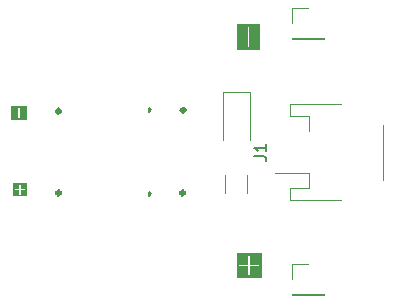
<source format=gbr>
%TF.GenerationSoftware,KiCad,Pcbnew,8.0.3*%
%TF.CreationDate,2024-07-10T14:42:46-05:00*%
%TF.ProjectId,banana to jst ph,62616e61-6e61-4207-946f-206a73742070,2*%
%TF.SameCoordinates,Original*%
%TF.FileFunction,Legend,Top*%
%TF.FilePolarity,Positive*%
%FSLAX46Y46*%
G04 Gerber Fmt 4.6, Leading zero omitted, Abs format (unit mm)*
G04 Created by KiCad (PCBNEW 8.0.3) date 2024-07-10 14:42:46*
%MOMM*%
%LPD*%
G01*
G04 APERTURE LIST*
%ADD10C,0.150000*%
%ADD11C,0.322487*%
%ADD12C,0.120000*%
G04 APERTURE END LIST*
G36*
X128600000Y-95675000D02*
G01*
X129050000Y-95675000D01*
X129050000Y-96825000D01*
X128600000Y-96825000D01*
X128600000Y-95675000D01*
G37*
G36*
X146900000Y-90700000D02*
G01*
X148800000Y-90700000D01*
X148800000Y-90900000D01*
X146900000Y-90900000D01*
X146900000Y-90700000D01*
G37*
G36*
X127750000Y-95650000D02*
G01*
X129050000Y-95650000D01*
X129050000Y-95750000D01*
X127750000Y-95750000D01*
X127750000Y-95650000D01*
G37*
G36*
X127750000Y-95675000D02*
G01*
X128250000Y-95675000D01*
X128250000Y-96825000D01*
X127750000Y-96825000D01*
X127750000Y-95675000D01*
G37*
D10*
X139575000Y-103075000D02*
X139400000Y-103250000D01*
D11*
X131911243Y-96100000D02*
G75*
G02*
X131588757Y-96100000I-161243J0D01*
G01*
X131588757Y-96100000D02*
G75*
G02*
X131911243Y-96100000I161243J0D01*
G01*
G36*
X127750000Y-96750000D02*
G01*
X129050000Y-96750000D01*
X129050000Y-96850000D01*
X127750000Y-96850000D01*
X127750000Y-96750000D01*
G37*
X131911243Y-103025000D02*
G75*
G02*
X131588757Y-103025000I-161243J0D01*
G01*
X131588757Y-103025000D02*
G75*
G02*
X131911243Y-103025000I161243J0D01*
G01*
X142461243Y-96025000D02*
G75*
G02*
X142138757Y-96025000I-161243J0D01*
G01*
X142138757Y-96025000D02*
G75*
G02*
X142461243Y-96025000I161243J0D01*
G01*
D10*
X139375000Y-95850000D02*
X139375000Y-96200000D01*
G36*
X146900000Y-88750000D02*
G01*
X148800000Y-88750000D01*
X148800000Y-88950000D01*
X146900000Y-88950000D01*
X146900000Y-88750000D01*
G37*
X139575000Y-103075000D02*
X139400000Y-102900000D01*
D11*
X142411243Y-103025000D02*
G75*
G02*
X142088757Y-103025000I-161243J0D01*
G01*
X142088757Y-103025000D02*
G75*
G02*
X142411243Y-103025000I161243J0D01*
G01*
G36*
X148100000Y-88750000D02*
G01*
X148800000Y-88750000D01*
X148800000Y-90900000D01*
X148100000Y-90900000D01*
X148100000Y-88750000D01*
G37*
D10*
X139400000Y-103250000D02*
X139400000Y-103225000D01*
X139550000Y-96025000D02*
X139375000Y-95850000D01*
G36*
X146850000Y-88750000D02*
G01*
X147550000Y-88750000D01*
X147550000Y-90900000D01*
X146850000Y-90900000D01*
X146850000Y-88750000D01*
G37*
X139400000Y-102900000D02*
X139400000Y-103250000D01*
X139550000Y-96025000D02*
X139375000Y-96200000D01*
X139375000Y-96200000D02*
X139375000Y-96175000D01*
G36*
X129055123Y-103296264D02*
G01*
X127923878Y-103296264D01*
X127923878Y-102716009D01*
X128034989Y-102716009D01*
X128034989Y-102745273D01*
X128046188Y-102772309D01*
X128066880Y-102793001D01*
X128093916Y-102804200D01*
X128108548Y-102805641D01*
X128415345Y-102805071D01*
X128415941Y-103126226D01*
X128427140Y-103153262D01*
X128447832Y-103173954D01*
X128474868Y-103185153D01*
X128504132Y-103185153D01*
X128531168Y-103173954D01*
X128551860Y-103153262D01*
X128563059Y-103126226D01*
X128564500Y-103111594D01*
X128563930Y-102804795D01*
X128885085Y-102804200D01*
X128912121Y-102793001D01*
X128932813Y-102772309D01*
X128944012Y-102745273D01*
X128944012Y-102716009D01*
X128932813Y-102688973D01*
X128912121Y-102668281D01*
X128885085Y-102657082D01*
X128870453Y-102655641D01*
X128563654Y-102656210D01*
X128563059Y-102335057D01*
X128551860Y-102308021D01*
X128531168Y-102287329D01*
X128504132Y-102276130D01*
X128474868Y-102276130D01*
X128447832Y-102287329D01*
X128427140Y-102308021D01*
X128415941Y-102335057D01*
X128414500Y-102349689D01*
X128415069Y-102656486D01*
X128093916Y-102657082D01*
X128066880Y-102668281D01*
X128046188Y-102688973D01*
X128034989Y-102716009D01*
X127923878Y-102716009D01*
X127923878Y-102165019D01*
X129055123Y-102165019D01*
X129055123Y-103296264D01*
G37*
G36*
X148132755Y-90870906D02*
G01*
X147538311Y-90870906D01*
X147538311Y-89051316D01*
X147760533Y-89051316D01*
X147761974Y-90589757D01*
X147773173Y-90616793D01*
X147793865Y-90637485D01*
X147820901Y-90648684D01*
X147850165Y-90648684D01*
X147877201Y-90637485D01*
X147897893Y-90616793D01*
X147909092Y-90589757D01*
X147910533Y-90575125D01*
X147909092Y-89036684D01*
X147897893Y-89009648D01*
X147877201Y-88988956D01*
X147850165Y-88977757D01*
X147820901Y-88977757D01*
X147793865Y-88988956D01*
X147773173Y-89009648D01*
X147761974Y-89036684D01*
X147760533Y-89051316D01*
X147538311Y-89051316D01*
X147538311Y-88755535D01*
X148132755Y-88755535D01*
X148132755Y-90870906D01*
G37*
G36*
X148944465Y-110222119D02*
G01*
X146829093Y-110222119D01*
X146829093Y-109149801D01*
X147051315Y-109149801D01*
X147051315Y-109179065D01*
X147062514Y-109206101D01*
X147083206Y-109226793D01*
X147110242Y-109237992D01*
X147124874Y-109239433D01*
X147812562Y-109238788D01*
X147813220Y-109940970D01*
X147824419Y-109968006D01*
X147845111Y-109988698D01*
X147872147Y-109999897D01*
X147901411Y-109999897D01*
X147928447Y-109988698D01*
X147949139Y-109968006D01*
X147960338Y-109940970D01*
X147961779Y-109926338D01*
X147961134Y-109238649D01*
X148663316Y-109237992D01*
X148690352Y-109226793D01*
X148711044Y-109206101D01*
X148722243Y-109179065D01*
X148722243Y-109149801D01*
X148711044Y-109122765D01*
X148690352Y-109102073D01*
X148663316Y-109090874D01*
X148648684Y-109089433D01*
X147960995Y-109090077D01*
X147960338Y-108387896D01*
X147949139Y-108360860D01*
X147928447Y-108340168D01*
X147901411Y-108328969D01*
X147872147Y-108328969D01*
X147845111Y-108340168D01*
X147824419Y-108360860D01*
X147813220Y-108387896D01*
X147811779Y-108402528D01*
X147812423Y-109090216D01*
X147110242Y-109090874D01*
X147083206Y-109102073D01*
X147062514Y-109122765D01*
X147051315Y-109149801D01*
X146829093Y-109149801D01*
X146829093Y-108106747D01*
X148944465Y-108106747D01*
X148944465Y-110222119D01*
G37*
G36*
X128609977Y-96815621D02*
G01*
X128237755Y-96815621D01*
X128237755Y-95869047D01*
X128348866Y-95869047D01*
X128350307Y-96645583D01*
X128361506Y-96672619D01*
X128382198Y-96693311D01*
X128409234Y-96704510D01*
X128438498Y-96704510D01*
X128465534Y-96693311D01*
X128486226Y-96672619D01*
X128497425Y-96645583D01*
X128498866Y-96630951D01*
X128497425Y-95854415D01*
X128486226Y-95827379D01*
X128465534Y-95806687D01*
X128438498Y-95795488D01*
X128409234Y-95795488D01*
X128382198Y-95806687D01*
X128361506Y-95827379D01*
X128350307Y-95854415D01*
X128348866Y-95869047D01*
X128237755Y-95869047D01*
X128237755Y-95684377D01*
X128609977Y-95684377D01*
X128609977Y-96815621D01*
G37*
X148340819Y-99901333D02*
X149055104Y-99901333D01*
X149055104Y-99901333D02*
X149197961Y-99948952D01*
X149197961Y-99948952D02*
X149293200Y-100044190D01*
X149293200Y-100044190D02*
X149340819Y-100187047D01*
X149340819Y-100187047D02*
X149340819Y-100282285D01*
X149340819Y-98901333D02*
X149340819Y-99472761D01*
X149340819Y-99187047D02*
X148340819Y-99187047D01*
X148340819Y-99187047D02*
X148483676Y-99282285D01*
X148483676Y-99282285D02*
X148578914Y-99377523D01*
X148578914Y-99377523D02*
X148626533Y-99472761D01*
D12*
%TO.C,J3*%
X151552600Y-87341400D02*
X152882600Y-87341400D01*
X151552600Y-88671400D02*
X151552600Y-87341400D01*
X151552600Y-89941400D02*
X151552600Y-90001400D01*
X151552600Y-89941400D02*
X154212600Y-89941400D01*
X151552600Y-90001400D02*
X154212600Y-90001400D01*
X154212600Y-89941400D02*
X154212600Y-90001400D01*
%TO.C,J1*%
X151376000Y-95508000D02*
X151376000Y-96528000D01*
X151376000Y-96528000D02*
X152976000Y-96528000D01*
X151376000Y-102608000D02*
X152976000Y-102608000D01*
X151376000Y-103628000D02*
X151376000Y-102608000D01*
X152976000Y-96528000D02*
X152976000Y-97808000D01*
X152976000Y-101328000D02*
X150086000Y-101328000D01*
X152976000Y-102608000D02*
X152976000Y-101328000D01*
X155626000Y-95508000D02*
X151376000Y-95508000D01*
X155626000Y-103628000D02*
X151376000Y-103628000D01*
X159196000Y-101908000D02*
X159196000Y-97228000D01*
%TO.C,J2*%
X151552600Y-109007600D02*
X152882600Y-109007600D01*
X151552600Y-110337600D02*
X151552600Y-109007600D01*
X151552600Y-111607600D02*
X151552600Y-111667600D01*
X151552600Y-111607600D02*
X154212600Y-111607600D01*
X151552600Y-111667600D02*
X154212600Y-111667600D01*
X154212600Y-111607600D02*
X154212600Y-111667600D01*
%TO.C,R1*%
X145880000Y-102997064D02*
X145880000Y-101542936D01*
X147700000Y-102997064D02*
X147700000Y-101542936D01*
%TO.C,D1*%
X145655000Y-94460000D02*
X145655000Y-98520000D01*
X147925000Y-94460000D02*
X145655000Y-94460000D01*
X147925000Y-98520000D02*
X147925000Y-94460000D01*
%TD*%
M02*

</source>
